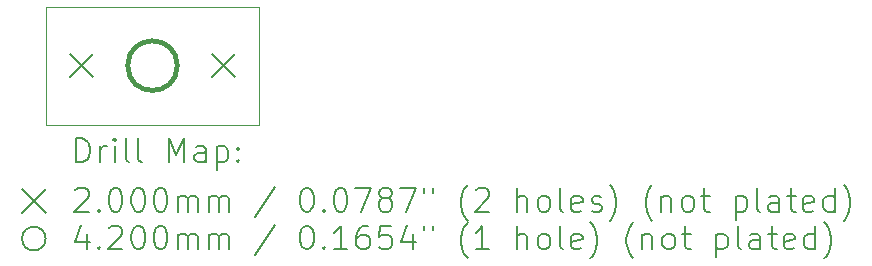
<source format=gbr>
%TF.GenerationSoftware,KiCad,Pcbnew,7.0.6-7.0.6~ubuntu22.04.1*%
%TF.CreationDate,2023-08-02T12:04:09+12:00*%
%TF.ProjectId,TWIST_SWTICH_SPACER_PLATE-v1.0,54574953-545f-4535-9754-4943485f5350,v1.0*%
%TF.SameCoordinates,Original*%
%TF.FileFunction,Drillmap*%
%TF.FilePolarity,Positive*%
%FSLAX45Y45*%
G04 Gerber Fmt 4.5, Leading zero omitted, Abs format (unit mm)*
G04 Created by KiCad (PCBNEW 7.0.6-7.0.6~ubuntu22.04.1) date 2023-08-02 12:04:09*
%MOMM*%
%LPD*%
G01*
G04 APERTURE LIST*
%ADD10C,0.100000*%
%ADD11C,0.200000*%
%ADD12C,0.420000*%
G04 APERTURE END LIST*
D10*
X20900000Y-14500000D02*
X20900000Y-15500000D01*
X19100000Y-14500000D02*
X19100000Y-15500000D01*
X19100000Y-15500000D02*
X20900000Y-15500000D01*
X19100000Y-14500000D02*
X20900000Y-14500000D01*
D11*
X19300000Y-14900000D02*
X19500000Y-15100000D01*
X19500000Y-14900000D02*
X19300000Y-15100000D01*
X20500000Y-14900000D02*
X20700000Y-15100000D01*
X20700000Y-14900000D02*
X20500000Y-15100000D01*
D12*
X20210000Y-15000000D02*
G75*
G03*
X20210000Y-15000000I-210000J0D01*
G01*
D11*
X19355777Y-15816484D02*
X19355777Y-15616484D01*
X19355777Y-15616484D02*
X19403396Y-15616484D01*
X19403396Y-15616484D02*
X19431967Y-15626008D01*
X19431967Y-15626008D02*
X19451015Y-15645055D01*
X19451015Y-15645055D02*
X19460539Y-15664103D01*
X19460539Y-15664103D02*
X19470063Y-15702198D01*
X19470063Y-15702198D02*
X19470063Y-15730769D01*
X19470063Y-15730769D02*
X19460539Y-15768865D01*
X19460539Y-15768865D02*
X19451015Y-15787912D01*
X19451015Y-15787912D02*
X19431967Y-15806960D01*
X19431967Y-15806960D02*
X19403396Y-15816484D01*
X19403396Y-15816484D02*
X19355777Y-15816484D01*
X19555777Y-15816484D02*
X19555777Y-15683150D01*
X19555777Y-15721246D02*
X19565301Y-15702198D01*
X19565301Y-15702198D02*
X19574824Y-15692674D01*
X19574824Y-15692674D02*
X19593872Y-15683150D01*
X19593872Y-15683150D02*
X19612920Y-15683150D01*
X19679586Y-15816484D02*
X19679586Y-15683150D01*
X19679586Y-15616484D02*
X19670063Y-15626008D01*
X19670063Y-15626008D02*
X19679586Y-15635531D01*
X19679586Y-15635531D02*
X19689110Y-15626008D01*
X19689110Y-15626008D02*
X19679586Y-15616484D01*
X19679586Y-15616484D02*
X19679586Y-15635531D01*
X19803396Y-15816484D02*
X19784348Y-15806960D01*
X19784348Y-15806960D02*
X19774824Y-15787912D01*
X19774824Y-15787912D02*
X19774824Y-15616484D01*
X19908158Y-15816484D02*
X19889110Y-15806960D01*
X19889110Y-15806960D02*
X19879586Y-15787912D01*
X19879586Y-15787912D02*
X19879586Y-15616484D01*
X20136729Y-15816484D02*
X20136729Y-15616484D01*
X20136729Y-15616484D02*
X20203396Y-15759341D01*
X20203396Y-15759341D02*
X20270063Y-15616484D01*
X20270063Y-15616484D02*
X20270063Y-15816484D01*
X20451015Y-15816484D02*
X20451015Y-15711722D01*
X20451015Y-15711722D02*
X20441491Y-15692674D01*
X20441491Y-15692674D02*
X20422444Y-15683150D01*
X20422444Y-15683150D02*
X20384348Y-15683150D01*
X20384348Y-15683150D02*
X20365301Y-15692674D01*
X20451015Y-15806960D02*
X20431967Y-15816484D01*
X20431967Y-15816484D02*
X20384348Y-15816484D01*
X20384348Y-15816484D02*
X20365301Y-15806960D01*
X20365301Y-15806960D02*
X20355777Y-15787912D01*
X20355777Y-15787912D02*
X20355777Y-15768865D01*
X20355777Y-15768865D02*
X20365301Y-15749817D01*
X20365301Y-15749817D02*
X20384348Y-15740293D01*
X20384348Y-15740293D02*
X20431967Y-15740293D01*
X20431967Y-15740293D02*
X20451015Y-15730769D01*
X20546253Y-15683150D02*
X20546253Y-15883150D01*
X20546253Y-15692674D02*
X20565301Y-15683150D01*
X20565301Y-15683150D02*
X20603396Y-15683150D01*
X20603396Y-15683150D02*
X20622444Y-15692674D01*
X20622444Y-15692674D02*
X20631967Y-15702198D01*
X20631967Y-15702198D02*
X20641491Y-15721246D01*
X20641491Y-15721246D02*
X20641491Y-15778388D01*
X20641491Y-15778388D02*
X20631967Y-15797436D01*
X20631967Y-15797436D02*
X20622444Y-15806960D01*
X20622444Y-15806960D02*
X20603396Y-15816484D01*
X20603396Y-15816484D02*
X20565301Y-15816484D01*
X20565301Y-15816484D02*
X20546253Y-15806960D01*
X20727205Y-15797436D02*
X20736729Y-15806960D01*
X20736729Y-15806960D02*
X20727205Y-15816484D01*
X20727205Y-15816484D02*
X20717682Y-15806960D01*
X20717682Y-15806960D02*
X20727205Y-15797436D01*
X20727205Y-15797436D02*
X20727205Y-15816484D01*
X20727205Y-15692674D02*
X20736729Y-15702198D01*
X20736729Y-15702198D02*
X20727205Y-15711722D01*
X20727205Y-15711722D02*
X20717682Y-15702198D01*
X20717682Y-15702198D02*
X20727205Y-15692674D01*
X20727205Y-15692674D02*
X20727205Y-15711722D01*
X18895000Y-16045000D02*
X19095000Y-16245000D01*
X19095000Y-16045000D02*
X18895000Y-16245000D01*
X19346253Y-16055531D02*
X19355777Y-16046008D01*
X19355777Y-16046008D02*
X19374824Y-16036484D01*
X19374824Y-16036484D02*
X19422444Y-16036484D01*
X19422444Y-16036484D02*
X19441491Y-16046008D01*
X19441491Y-16046008D02*
X19451015Y-16055531D01*
X19451015Y-16055531D02*
X19460539Y-16074579D01*
X19460539Y-16074579D02*
X19460539Y-16093627D01*
X19460539Y-16093627D02*
X19451015Y-16122198D01*
X19451015Y-16122198D02*
X19336729Y-16236484D01*
X19336729Y-16236484D02*
X19460539Y-16236484D01*
X19546253Y-16217436D02*
X19555777Y-16226960D01*
X19555777Y-16226960D02*
X19546253Y-16236484D01*
X19546253Y-16236484D02*
X19536729Y-16226960D01*
X19536729Y-16226960D02*
X19546253Y-16217436D01*
X19546253Y-16217436D02*
X19546253Y-16236484D01*
X19679586Y-16036484D02*
X19698634Y-16036484D01*
X19698634Y-16036484D02*
X19717682Y-16046008D01*
X19717682Y-16046008D02*
X19727205Y-16055531D01*
X19727205Y-16055531D02*
X19736729Y-16074579D01*
X19736729Y-16074579D02*
X19746253Y-16112674D01*
X19746253Y-16112674D02*
X19746253Y-16160293D01*
X19746253Y-16160293D02*
X19736729Y-16198388D01*
X19736729Y-16198388D02*
X19727205Y-16217436D01*
X19727205Y-16217436D02*
X19717682Y-16226960D01*
X19717682Y-16226960D02*
X19698634Y-16236484D01*
X19698634Y-16236484D02*
X19679586Y-16236484D01*
X19679586Y-16236484D02*
X19660539Y-16226960D01*
X19660539Y-16226960D02*
X19651015Y-16217436D01*
X19651015Y-16217436D02*
X19641491Y-16198388D01*
X19641491Y-16198388D02*
X19631967Y-16160293D01*
X19631967Y-16160293D02*
X19631967Y-16112674D01*
X19631967Y-16112674D02*
X19641491Y-16074579D01*
X19641491Y-16074579D02*
X19651015Y-16055531D01*
X19651015Y-16055531D02*
X19660539Y-16046008D01*
X19660539Y-16046008D02*
X19679586Y-16036484D01*
X19870063Y-16036484D02*
X19889110Y-16036484D01*
X19889110Y-16036484D02*
X19908158Y-16046008D01*
X19908158Y-16046008D02*
X19917682Y-16055531D01*
X19917682Y-16055531D02*
X19927205Y-16074579D01*
X19927205Y-16074579D02*
X19936729Y-16112674D01*
X19936729Y-16112674D02*
X19936729Y-16160293D01*
X19936729Y-16160293D02*
X19927205Y-16198388D01*
X19927205Y-16198388D02*
X19917682Y-16217436D01*
X19917682Y-16217436D02*
X19908158Y-16226960D01*
X19908158Y-16226960D02*
X19889110Y-16236484D01*
X19889110Y-16236484D02*
X19870063Y-16236484D01*
X19870063Y-16236484D02*
X19851015Y-16226960D01*
X19851015Y-16226960D02*
X19841491Y-16217436D01*
X19841491Y-16217436D02*
X19831967Y-16198388D01*
X19831967Y-16198388D02*
X19822444Y-16160293D01*
X19822444Y-16160293D02*
X19822444Y-16112674D01*
X19822444Y-16112674D02*
X19831967Y-16074579D01*
X19831967Y-16074579D02*
X19841491Y-16055531D01*
X19841491Y-16055531D02*
X19851015Y-16046008D01*
X19851015Y-16046008D02*
X19870063Y-16036484D01*
X20060539Y-16036484D02*
X20079586Y-16036484D01*
X20079586Y-16036484D02*
X20098634Y-16046008D01*
X20098634Y-16046008D02*
X20108158Y-16055531D01*
X20108158Y-16055531D02*
X20117682Y-16074579D01*
X20117682Y-16074579D02*
X20127205Y-16112674D01*
X20127205Y-16112674D02*
X20127205Y-16160293D01*
X20127205Y-16160293D02*
X20117682Y-16198388D01*
X20117682Y-16198388D02*
X20108158Y-16217436D01*
X20108158Y-16217436D02*
X20098634Y-16226960D01*
X20098634Y-16226960D02*
X20079586Y-16236484D01*
X20079586Y-16236484D02*
X20060539Y-16236484D01*
X20060539Y-16236484D02*
X20041491Y-16226960D01*
X20041491Y-16226960D02*
X20031967Y-16217436D01*
X20031967Y-16217436D02*
X20022444Y-16198388D01*
X20022444Y-16198388D02*
X20012920Y-16160293D01*
X20012920Y-16160293D02*
X20012920Y-16112674D01*
X20012920Y-16112674D02*
X20022444Y-16074579D01*
X20022444Y-16074579D02*
X20031967Y-16055531D01*
X20031967Y-16055531D02*
X20041491Y-16046008D01*
X20041491Y-16046008D02*
X20060539Y-16036484D01*
X20212920Y-16236484D02*
X20212920Y-16103150D01*
X20212920Y-16122198D02*
X20222444Y-16112674D01*
X20222444Y-16112674D02*
X20241491Y-16103150D01*
X20241491Y-16103150D02*
X20270063Y-16103150D01*
X20270063Y-16103150D02*
X20289110Y-16112674D01*
X20289110Y-16112674D02*
X20298634Y-16131722D01*
X20298634Y-16131722D02*
X20298634Y-16236484D01*
X20298634Y-16131722D02*
X20308158Y-16112674D01*
X20308158Y-16112674D02*
X20327205Y-16103150D01*
X20327205Y-16103150D02*
X20355777Y-16103150D01*
X20355777Y-16103150D02*
X20374825Y-16112674D01*
X20374825Y-16112674D02*
X20384348Y-16131722D01*
X20384348Y-16131722D02*
X20384348Y-16236484D01*
X20479586Y-16236484D02*
X20479586Y-16103150D01*
X20479586Y-16122198D02*
X20489110Y-16112674D01*
X20489110Y-16112674D02*
X20508158Y-16103150D01*
X20508158Y-16103150D02*
X20536729Y-16103150D01*
X20536729Y-16103150D02*
X20555777Y-16112674D01*
X20555777Y-16112674D02*
X20565301Y-16131722D01*
X20565301Y-16131722D02*
X20565301Y-16236484D01*
X20565301Y-16131722D02*
X20574825Y-16112674D01*
X20574825Y-16112674D02*
X20593872Y-16103150D01*
X20593872Y-16103150D02*
X20622444Y-16103150D01*
X20622444Y-16103150D02*
X20641491Y-16112674D01*
X20641491Y-16112674D02*
X20651015Y-16131722D01*
X20651015Y-16131722D02*
X20651015Y-16236484D01*
X21041491Y-16026960D02*
X20870063Y-16284103D01*
X21298634Y-16036484D02*
X21317682Y-16036484D01*
X21317682Y-16036484D02*
X21336729Y-16046008D01*
X21336729Y-16046008D02*
X21346253Y-16055531D01*
X21346253Y-16055531D02*
X21355777Y-16074579D01*
X21355777Y-16074579D02*
X21365301Y-16112674D01*
X21365301Y-16112674D02*
X21365301Y-16160293D01*
X21365301Y-16160293D02*
X21355777Y-16198388D01*
X21355777Y-16198388D02*
X21346253Y-16217436D01*
X21346253Y-16217436D02*
X21336729Y-16226960D01*
X21336729Y-16226960D02*
X21317682Y-16236484D01*
X21317682Y-16236484D02*
X21298634Y-16236484D01*
X21298634Y-16236484D02*
X21279587Y-16226960D01*
X21279587Y-16226960D02*
X21270063Y-16217436D01*
X21270063Y-16217436D02*
X21260539Y-16198388D01*
X21260539Y-16198388D02*
X21251015Y-16160293D01*
X21251015Y-16160293D02*
X21251015Y-16112674D01*
X21251015Y-16112674D02*
X21260539Y-16074579D01*
X21260539Y-16074579D02*
X21270063Y-16055531D01*
X21270063Y-16055531D02*
X21279587Y-16046008D01*
X21279587Y-16046008D02*
X21298634Y-16036484D01*
X21451015Y-16217436D02*
X21460539Y-16226960D01*
X21460539Y-16226960D02*
X21451015Y-16236484D01*
X21451015Y-16236484D02*
X21441491Y-16226960D01*
X21441491Y-16226960D02*
X21451015Y-16217436D01*
X21451015Y-16217436D02*
X21451015Y-16236484D01*
X21584348Y-16036484D02*
X21603396Y-16036484D01*
X21603396Y-16036484D02*
X21622444Y-16046008D01*
X21622444Y-16046008D02*
X21631968Y-16055531D01*
X21631968Y-16055531D02*
X21641491Y-16074579D01*
X21641491Y-16074579D02*
X21651015Y-16112674D01*
X21651015Y-16112674D02*
X21651015Y-16160293D01*
X21651015Y-16160293D02*
X21641491Y-16198388D01*
X21641491Y-16198388D02*
X21631968Y-16217436D01*
X21631968Y-16217436D02*
X21622444Y-16226960D01*
X21622444Y-16226960D02*
X21603396Y-16236484D01*
X21603396Y-16236484D02*
X21584348Y-16236484D01*
X21584348Y-16236484D02*
X21565301Y-16226960D01*
X21565301Y-16226960D02*
X21555777Y-16217436D01*
X21555777Y-16217436D02*
X21546253Y-16198388D01*
X21546253Y-16198388D02*
X21536729Y-16160293D01*
X21536729Y-16160293D02*
X21536729Y-16112674D01*
X21536729Y-16112674D02*
X21546253Y-16074579D01*
X21546253Y-16074579D02*
X21555777Y-16055531D01*
X21555777Y-16055531D02*
X21565301Y-16046008D01*
X21565301Y-16046008D02*
X21584348Y-16036484D01*
X21717682Y-16036484D02*
X21851015Y-16036484D01*
X21851015Y-16036484D02*
X21765301Y-16236484D01*
X21955777Y-16122198D02*
X21936729Y-16112674D01*
X21936729Y-16112674D02*
X21927206Y-16103150D01*
X21927206Y-16103150D02*
X21917682Y-16084103D01*
X21917682Y-16084103D02*
X21917682Y-16074579D01*
X21917682Y-16074579D02*
X21927206Y-16055531D01*
X21927206Y-16055531D02*
X21936729Y-16046008D01*
X21936729Y-16046008D02*
X21955777Y-16036484D01*
X21955777Y-16036484D02*
X21993872Y-16036484D01*
X21993872Y-16036484D02*
X22012920Y-16046008D01*
X22012920Y-16046008D02*
X22022444Y-16055531D01*
X22022444Y-16055531D02*
X22031968Y-16074579D01*
X22031968Y-16074579D02*
X22031968Y-16084103D01*
X22031968Y-16084103D02*
X22022444Y-16103150D01*
X22022444Y-16103150D02*
X22012920Y-16112674D01*
X22012920Y-16112674D02*
X21993872Y-16122198D01*
X21993872Y-16122198D02*
X21955777Y-16122198D01*
X21955777Y-16122198D02*
X21936729Y-16131722D01*
X21936729Y-16131722D02*
X21927206Y-16141246D01*
X21927206Y-16141246D02*
X21917682Y-16160293D01*
X21917682Y-16160293D02*
X21917682Y-16198388D01*
X21917682Y-16198388D02*
X21927206Y-16217436D01*
X21927206Y-16217436D02*
X21936729Y-16226960D01*
X21936729Y-16226960D02*
X21955777Y-16236484D01*
X21955777Y-16236484D02*
X21993872Y-16236484D01*
X21993872Y-16236484D02*
X22012920Y-16226960D01*
X22012920Y-16226960D02*
X22022444Y-16217436D01*
X22022444Y-16217436D02*
X22031968Y-16198388D01*
X22031968Y-16198388D02*
X22031968Y-16160293D01*
X22031968Y-16160293D02*
X22022444Y-16141246D01*
X22022444Y-16141246D02*
X22012920Y-16131722D01*
X22012920Y-16131722D02*
X21993872Y-16122198D01*
X22098634Y-16036484D02*
X22231968Y-16036484D01*
X22231968Y-16036484D02*
X22146253Y-16236484D01*
X22298634Y-16036484D02*
X22298634Y-16074579D01*
X22374825Y-16036484D02*
X22374825Y-16074579D01*
X22670063Y-16312674D02*
X22660539Y-16303150D01*
X22660539Y-16303150D02*
X22641491Y-16274579D01*
X22641491Y-16274579D02*
X22631968Y-16255531D01*
X22631968Y-16255531D02*
X22622444Y-16226960D01*
X22622444Y-16226960D02*
X22612920Y-16179341D01*
X22612920Y-16179341D02*
X22612920Y-16141246D01*
X22612920Y-16141246D02*
X22622444Y-16093627D01*
X22622444Y-16093627D02*
X22631968Y-16065055D01*
X22631968Y-16065055D02*
X22641491Y-16046008D01*
X22641491Y-16046008D02*
X22660539Y-16017436D01*
X22660539Y-16017436D02*
X22670063Y-16007912D01*
X22736729Y-16055531D02*
X22746253Y-16046008D01*
X22746253Y-16046008D02*
X22765301Y-16036484D01*
X22765301Y-16036484D02*
X22812920Y-16036484D01*
X22812920Y-16036484D02*
X22831968Y-16046008D01*
X22831968Y-16046008D02*
X22841491Y-16055531D01*
X22841491Y-16055531D02*
X22851015Y-16074579D01*
X22851015Y-16074579D02*
X22851015Y-16093627D01*
X22851015Y-16093627D02*
X22841491Y-16122198D01*
X22841491Y-16122198D02*
X22727206Y-16236484D01*
X22727206Y-16236484D02*
X22851015Y-16236484D01*
X23089110Y-16236484D02*
X23089110Y-16036484D01*
X23174825Y-16236484D02*
X23174825Y-16131722D01*
X23174825Y-16131722D02*
X23165301Y-16112674D01*
X23165301Y-16112674D02*
X23146253Y-16103150D01*
X23146253Y-16103150D02*
X23117682Y-16103150D01*
X23117682Y-16103150D02*
X23098634Y-16112674D01*
X23098634Y-16112674D02*
X23089110Y-16122198D01*
X23298634Y-16236484D02*
X23279587Y-16226960D01*
X23279587Y-16226960D02*
X23270063Y-16217436D01*
X23270063Y-16217436D02*
X23260539Y-16198388D01*
X23260539Y-16198388D02*
X23260539Y-16141246D01*
X23260539Y-16141246D02*
X23270063Y-16122198D01*
X23270063Y-16122198D02*
X23279587Y-16112674D01*
X23279587Y-16112674D02*
X23298634Y-16103150D01*
X23298634Y-16103150D02*
X23327206Y-16103150D01*
X23327206Y-16103150D02*
X23346253Y-16112674D01*
X23346253Y-16112674D02*
X23355777Y-16122198D01*
X23355777Y-16122198D02*
X23365301Y-16141246D01*
X23365301Y-16141246D02*
X23365301Y-16198388D01*
X23365301Y-16198388D02*
X23355777Y-16217436D01*
X23355777Y-16217436D02*
X23346253Y-16226960D01*
X23346253Y-16226960D02*
X23327206Y-16236484D01*
X23327206Y-16236484D02*
X23298634Y-16236484D01*
X23479587Y-16236484D02*
X23460539Y-16226960D01*
X23460539Y-16226960D02*
X23451015Y-16207912D01*
X23451015Y-16207912D02*
X23451015Y-16036484D01*
X23631968Y-16226960D02*
X23612920Y-16236484D01*
X23612920Y-16236484D02*
X23574825Y-16236484D01*
X23574825Y-16236484D02*
X23555777Y-16226960D01*
X23555777Y-16226960D02*
X23546253Y-16207912D01*
X23546253Y-16207912D02*
X23546253Y-16131722D01*
X23546253Y-16131722D02*
X23555777Y-16112674D01*
X23555777Y-16112674D02*
X23574825Y-16103150D01*
X23574825Y-16103150D02*
X23612920Y-16103150D01*
X23612920Y-16103150D02*
X23631968Y-16112674D01*
X23631968Y-16112674D02*
X23641491Y-16131722D01*
X23641491Y-16131722D02*
X23641491Y-16150769D01*
X23641491Y-16150769D02*
X23546253Y-16169817D01*
X23717682Y-16226960D02*
X23736730Y-16236484D01*
X23736730Y-16236484D02*
X23774825Y-16236484D01*
X23774825Y-16236484D02*
X23793872Y-16226960D01*
X23793872Y-16226960D02*
X23803396Y-16207912D01*
X23803396Y-16207912D02*
X23803396Y-16198388D01*
X23803396Y-16198388D02*
X23793872Y-16179341D01*
X23793872Y-16179341D02*
X23774825Y-16169817D01*
X23774825Y-16169817D02*
X23746253Y-16169817D01*
X23746253Y-16169817D02*
X23727206Y-16160293D01*
X23727206Y-16160293D02*
X23717682Y-16141246D01*
X23717682Y-16141246D02*
X23717682Y-16131722D01*
X23717682Y-16131722D02*
X23727206Y-16112674D01*
X23727206Y-16112674D02*
X23746253Y-16103150D01*
X23746253Y-16103150D02*
X23774825Y-16103150D01*
X23774825Y-16103150D02*
X23793872Y-16112674D01*
X23870063Y-16312674D02*
X23879587Y-16303150D01*
X23879587Y-16303150D02*
X23898634Y-16274579D01*
X23898634Y-16274579D02*
X23908158Y-16255531D01*
X23908158Y-16255531D02*
X23917682Y-16226960D01*
X23917682Y-16226960D02*
X23927206Y-16179341D01*
X23927206Y-16179341D02*
X23927206Y-16141246D01*
X23927206Y-16141246D02*
X23917682Y-16093627D01*
X23917682Y-16093627D02*
X23908158Y-16065055D01*
X23908158Y-16065055D02*
X23898634Y-16046008D01*
X23898634Y-16046008D02*
X23879587Y-16017436D01*
X23879587Y-16017436D02*
X23870063Y-16007912D01*
X24231968Y-16312674D02*
X24222444Y-16303150D01*
X24222444Y-16303150D02*
X24203396Y-16274579D01*
X24203396Y-16274579D02*
X24193872Y-16255531D01*
X24193872Y-16255531D02*
X24184349Y-16226960D01*
X24184349Y-16226960D02*
X24174825Y-16179341D01*
X24174825Y-16179341D02*
X24174825Y-16141246D01*
X24174825Y-16141246D02*
X24184349Y-16093627D01*
X24184349Y-16093627D02*
X24193872Y-16065055D01*
X24193872Y-16065055D02*
X24203396Y-16046008D01*
X24203396Y-16046008D02*
X24222444Y-16017436D01*
X24222444Y-16017436D02*
X24231968Y-16007912D01*
X24308158Y-16103150D02*
X24308158Y-16236484D01*
X24308158Y-16122198D02*
X24317682Y-16112674D01*
X24317682Y-16112674D02*
X24336730Y-16103150D01*
X24336730Y-16103150D02*
X24365301Y-16103150D01*
X24365301Y-16103150D02*
X24384349Y-16112674D01*
X24384349Y-16112674D02*
X24393872Y-16131722D01*
X24393872Y-16131722D02*
X24393872Y-16236484D01*
X24517682Y-16236484D02*
X24498634Y-16226960D01*
X24498634Y-16226960D02*
X24489111Y-16217436D01*
X24489111Y-16217436D02*
X24479587Y-16198388D01*
X24479587Y-16198388D02*
X24479587Y-16141246D01*
X24479587Y-16141246D02*
X24489111Y-16122198D01*
X24489111Y-16122198D02*
X24498634Y-16112674D01*
X24498634Y-16112674D02*
X24517682Y-16103150D01*
X24517682Y-16103150D02*
X24546253Y-16103150D01*
X24546253Y-16103150D02*
X24565301Y-16112674D01*
X24565301Y-16112674D02*
X24574825Y-16122198D01*
X24574825Y-16122198D02*
X24584349Y-16141246D01*
X24584349Y-16141246D02*
X24584349Y-16198388D01*
X24584349Y-16198388D02*
X24574825Y-16217436D01*
X24574825Y-16217436D02*
X24565301Y-16226960D01*
X24565301Y-16226960D02*
X24546253Y-16236484D01*
X24546253Y-16236484D02*
X24517682Y-16236484D01*
X24641492Y-16103150D02*
X24717682Y-16103150D01*
X24670063Y-16036484D02*
X24670063Y-16207912D01*
X24670063Y-16207912D02*
X24679587Y-16226960D01*
X24679587Y-16226960D02*
X24698634Y-16236484D01*
X24698634Y-16236484D02*
X24717682Y-16236484D01*
X24936730Y-16103150D02*
X24936730Y-16303150D01*
X24936730Y-16112674D02*
X24955777Y-16103150D01*
X24955777Y-16103150D02*
X24993873Y-16103150D01*
X24993873Y-16103150D02*
X25012920Y-16112674D01*
X25012920Y-16112674D02*
X25022444Y-16122198D01*
X25022444Y-16122198D02*
X25031968Y-16141246D01*
X25031968Y-16141246D02*
X25031968Y-16198388D01*
X25031968Y-16198388D02*
X25022444Y-16217436D01*
X25022444Y-16217436D02*
X25012920Y-16226960D01*
X25012920Y-16226960D02*
X24993873Y-16236484D01*
X24993873Y-16236484D02*
X24955777Y-16236484D01*
X24955777Y-16236484D02*
X24936730Y-16226960D01*
X25146253Y-16236484D02*
X25127206Y-16226960D01*
X25127206Y-16226960D02*
X25117682Y-16207912D01*
X25117682Y-16207912D02*
X25117682Y-16036484D01*
X25308158Y-16236484D02*
X25308158Y-16131722D01*
X25308158Y-16131722D02*
X25298634Y-16112674D01*
X25298634Y-16112674D02*
X25279587Y-16103150D01*
X25279587Y-16103150D02*
X25241492Y-16103150D01*
X25241492Y-16103150D02*
X25222444Y-16112674D01*
X25308158Y-16226960D02*
X25289111Y-16236484D01*
X25289111Y-16236484D02*
X25241492Y-16236484D01*
X25241492Y-16236484D02*
X25222444Y-16226960D01*
X25222444Y-16226960D02*
X25212920Y-16207912D01*
X25212920Y-16207912D02*
X25212920Y-16188865D01*
X25212920Y-16188865D02*
X25222444Y-16169817D01*
X25222444Y-16169817D02*
X25241492Y-16160293D01*
X25241492Y-16160293D02*
X25289111Y-16160293D01*
X25289111Y-16160293D02*
X25308158Y-16150769D01*
X25374825Y-16103150D02*
X25451015Y-16103150D01*
X25403396Y-16036484D02*
X25403396Y-16207912D01*
X25403396Y-16207912D02*
X25412920Y-16226960D01*
X25412920Y-16226960D02*
X25431968Y-16236484D01*
X25431968Y-16236484D02*
X25451015Y-16236484D01*
X25593873Y-16226960D02*
X25574825Y-16236484D01*
X25574825Y-16236484D02*
X25536730Y-16236484D01*
X25536730Y-16236484D02*
X25517682Y-16226960D01*
X25517682Y-16226960D02*
X25508158Y-16207912D01*
X25508158Y-16207912D02*
X25508158Y-16131722D01*
X25508158Y-16131722D02*
X25517682Y-16112674D01*
X25517682Y-16112674D02*
X25536730Y-16103150D01*
X25536730Y-16103150D02*
X25574825Y-16103150D01*
X25574825Y-16103150D02*
X25593873Y-16112674D01*
X25593873Y-16112674D02*
X25603396Y-16131722D01*
X25603396Y-16131722D02*
X25603396Y-16150769D01*
X25603396Y-16150769D02*
X25508158Y-16169817D01*
X25774825Y-16236484D02*
X25774825Y-16036484D01*
X25774825Y-16226960D02*
X25755777Y-16236484D01*
X25755777Y-16236484D02*
X25717682Y-16236484D01*
X25717682Y-16236484D02*
X25698634Y-16226960D01*
X25698634Y-16226960D02*
X25689111Y-16217436D01*
X25689111Y-16217436D02*
X25679587Y-16198388D01*
X25679587Y-16198388D02*
X25679587Y-16141246D01*
X25679587Y-16141246D02*
X25689111Y-16122198D01*
X25689111Y-16122198D02*
X25698634Y-16112674D01*
X25698634Y-16112674D02*
X25717682Y-16103150D01*
X25717682Y-16103150D02*
X25755777Y-16103150D01*
X25755777Y-16103150D02*
X25774825Y-16112674D01*
X25851015Y-16312674D02*
X25860539Y-16303150D01*
X25860539Y-16303150D02*
X25879587Y-16274579D01*
X25879587Y-16274579D02*
X25889111Y-16255531D01*
X25889111Y-16255531D02*
X25898634Y-16226960D01*
X25898634Y-16226960D02*
X25908158Y-16179341D01*
X25908158Y-16179341D02*
X25908158Y-16141246D01*
X25908158Y-16141246D02*
X25898634Y-16093627D01*
X25898634Y-16093627D02*
X25889111Y-16065055D01*
X25889111Y-16065055D02*
X25879587Y-16046008D01*
X25879587Y-16046008D02*
X25860539Y-16017436D01*
X25860539Y-16017436D02*
X25851015Y-16007912D01*
X19095000Y-16465000D02*
G75*
G03*
X19095000Y-16465000I-100000J0D01*
G01*
X19441491Y-16423150D02*
X19441491Y-16556484D01*
X19393872Y-16346960D02*
X19346253Y-16489817D01*
X19346253Y-16489817D02*
X19470063Y-16489817D01*
X19546253Y-16537436D02*
X19555777Y-16546960D01*
X19555777Y-16546960D02*
X19546253Y-16556484D01*
X19546253Y-16556484D02*
X19536729Y-16546960D01*
X19536729Y-16546960D02*
X19546253Y-16537436D01*
X19546253Y-16537436D02*
X19546253Y-16556484D01*
X19631967Y-16375531D02*
X19641491Y-16366008D01*
X19641491Y-16366008D02*
X19660539Y-16356484D01*
X19660539Y-16356484D02*
X19708158Y-16356484D01*
X19708158Y-16356484D02*
X19727205Y-16366008D01*
X19727205Y-16366008D02*
X19736729Y-16375531D01*
X19736729Y-16375531D02*
X19746253Y-16394579D01*
X19746253Y-16394579D02*
X19746253Y-16413627D01*
X19746253Y-16413627D02*
X19736729Y-16442198D01*
X19736729Y-16442198D02*
X19622444Y-16556484D01*
X19622444Y-16556484D02*
X19746253Y-16556484D01*
X19870063Y-16356484D02*
X19889110Y-16356484D01*
X19889110Y-16356484D02*
X19908158Y-16366008D01*
X19908158Y-16366008D02*
X19917682Y-16375531D01*
X19917682Y-16375531D02*
X19927205Y-16394579D01*
X19927205Y-16394579D02*
X19936729Y-16432674D01*
X19936729Y-16432674D02*
X19936729Y-16480293D01*
X19936729Y-16480293D02*
X19927205Y-16518388D01*
X19927205Y-16518388D02*
X19917682Y-16537436D01*
X19917682Y-16537436D02*
X19908158Y-16546960D01*
X19908158Y-16546960D02*
X19889110Y-16556484D01*
X19889110Y-16556484D02*
X19870063Y-16556484D01*
X19870063Y-16556484D02*
X19851015Y-16546960D01*
X19851015Y-16546960D02*
X19841491Y-16537436D01*
X19841491Y-16537436D02*
X19831967Y-16518388D01*
X19831967Y-16518388D02*
X19822444Y-16480293D01*
X19822444Y-16480293D02*
X19822444Y-16432674D01*
X19822444Y-16432674D02*
X19831967Y-16394579D01*
X19831967Y-16394579D02*
X19841491Y-16375531D01*
X19841491Y-16375531D02*
X19851015Y-16366008D01*
X19851015Y-16366008D02*
X19870063Y-16356484D01*
X20060539Y-16356484D02*
X20079586Y-16356484D01*
X20079586Y-16356484D02*
X20098634Y-16366008D01*
X20098634Y-16366008D02*
X20108158Y-16375531D01*
X20108158Y-16375531D02*
X20117682Y-16394579D01*
X20117682Y-16394579D02*
X20127205Y-16432674D01*
X20127205Y-16432674D02*
X20127205Y-16480293D01*
X20127205Y-16480293D02*
X20117682Y-16518388D01*
X20117682Y-16518388D02*
X20108158Y-16537436D01*
X20108158Y-16537436D02*
X20098634Y-16546960D01*
X20098634Y-16546960D02*
X20079586Y-16556484D01*
X20079586Y-16556484D02*
X20060539Y-16556484D01*
X20060539Y-16556484D02*
X20041491Y-16546960D01*
X20041491Y-16546960D02*
X20031967Y-16537436D01*
X20031967Y-16537436D02*
X20022444Y-16518388D01*
X20022444Y-16518388D02*
X20012920Y-16480293D01*
X20012920Y-16480293D02*
X20012920Y-16432674D01*
X20012920Y-16432674D02*
X20022444Y-16394579D01*
X20022444Y-16394579D02*
X20031967Y-16375531D01*
X20031967Y-16375531D02*
X20041491Y-16366008D01*
X20041491Y-16366008D02*
X20060539Y-16356484D01*
X20212920Y-16556484D02*
X20212920Y-16423150D01*
X20212920Y-16442198D02*
X20222444Y-16432674D01*
X20222444Y-16432674D02*
X20241491Y-16423150D01*
X20241491Y-16423150D02*
X20270063Y-16423150D01*
X20270063Y-16423150D02*
X20289110Y-16432674D01*
X20289110Y-16432674D02*
X20298634Y-16451722D01*
X20298634Y-16451722D02*
X20298634Y-16556484D01*
X20298634Y-16451722D02*
X20308158Y-16432674D01*
X20308158Y-16432674D02*
X20327205Y-16423150D01*
X20327205Y-16423150D02*
X20355777Y-16423150D01*
X20355777Y-16423150D02*
X20374825Y-16432674D01*
X20374825Y-16432674D02*
X20384348Y-16451722D01*
X20384348Y-16451722D02*
X20384348Y-16556484D01*
X20479586Y-16556484D02*
X20479586Y-16423150D01*
X20479586Y-16442198D02*
X20489110Y-16432674D01*
X20489110Y-16432674D02*
X20508158Y-16423150D01*
X20508158Y-16423150D02*
X20536729Y-16423150D01*
X20536729Y-16423150D02*
X20555777Y-16432674D01*
X20555777Y-16432674D02*
X20565301Y-16451722D01*
X20565301Y-16451722D02*
X20565301Y-16556484D01*
X20565301Y-16451722D02*
X20574825Y-16432674D01*
X20574825Y-16432674D02*
X20593872Y-16423150D01*
X20593872Y-16423150D02*
X20622444Y-16423150D01*
X20622444Y-16423150D02*
X20641491Y-16432674D01*
X20641491Y-16432674D02*
X20651015Y-16451722D01*
X20651015Y-16451722D02*
X20651015Y-16556484D01*
X21041491Y-16346960D02*
X20870063Y-16604103D01*
X21298634Y-16356484D02*
X21317682Y-16356484D01*
X21317682Y-16356484D02*
X21336729Y-16366008D01*
X21336729Y-16366008D02*
X21346253Y-16375531D01*
X21346253Y-16375531D02*
X21355777Y-16394579D01*
X21355777Y-16394579D02*
X21365301Y-16432674D01*
X21365301Y-16432674D02*
X21365301Y-16480293D01*
X21365301Y-16480293D02*
X21355777Y-16518388D01*
X21355777Y-16518388D02*
X21346253Y-16537436D01*
X21346253Y-16537436D02*
X21336729Y-16546960D01*
X21336729Y-16546960D02*
X21317682Y-16556484D01*
X21317682Y-16556484D02*
X21298634Y-16556484D01*
X21298634Y-16556484D02*
X21279587Y-16546960D01*
X21279587Y-16546960D02*
X21270063Y-16537436D01*
X21270063Y-16537436D02*
X21260539Y-16518388D01*
X21260539Y-16518388D02*
X21251015Y-16480293D01*
X21251015Y-16480293D02*
X21251015Y-16432674D01*
X21251015Y-16432674D02*
X21260539Y-16394579D01*
X21260539Y-16394579D02*
X21270063Y-16375531D01*
X21270063Y-16375531D02*
X21279587Y-16366008D01*
X21279587Y-16366008D02*
X21298634Y-16356484D01*
X21451015Y-16537436D02*
X21460539Y-16546960D01*
X21460539Y-16546960D02*
X21451015Y-16556484D01*
X21451015Y-16556484D02*
X21441491Y-16546960D01*
X21441491Y-16546960D02*
X21451015Y-16537436D01*
X21451015Y-16537436D02*
X21451015Y-16556484D01*
X21651015Y-16556484D02*
X21536729Y-16556484D01*
X21593872Y-16556484D02*
X21593872Y-16356484D01*
X21593872Y-16356484D02*
X21574825Y-16385055D01*
X21574825Y-16385055D02*
X21555777Y-16404103D01*
X21555777Y-16404103D02*
X21536729Y-16413627D01*
X21822444Y-16356484D02*
X21784348Y-16356484D01*
X21784348Y-16356484D02*
X21765301Y-16366008D01*
X21765301Y-16366008D02*
X21755777Y-16375531D01*
X21755777Y-16375531D02*
X21736729Y-16404103D01*
X21736729Y-16404103D02*
X21727206Y-16442198D01*
X21727206Y-16442198D02*
X21727206Y-16518388D01*
X21727206Y-16518388D02*
X21736729Y-16537436D01*
X21736729Y-16537436D02*
X21746253Y-16546960D01*
X21746253Y-16546960D02*
X21765301Y-16556484D01*
X21765301Y-16556484D02*
X21803396Y-16556484D01*
X21803396Y-16556484D02*
X21822444Y-16546960D01*
X21822444Y-16546960D02*
X21831968Y-16537436D01*
X21831968Y-16537436D02*
X21841491Y-16518388D01*
X21841491Y-16518388D02*
X21841491Y-16470769D01*
X21841491Y-16470769D02*
X21831968Y-16451722D01*
X21831968Y-16451722D02*
X21822444Y-16442198D01*
X21822444Y-16442198D02*
X21803396Y-16432674D01*
X21803396Y-16432674D02*
X21765301Y-16432674D01*
X21765301Y-16432674D02*
X21746253Y-16442198D01*
X21746253Y-16442198D02*
X21736729Y-16451722D01*
X21736729Y-16451722D02*
X21727206Y-16470769D01*
X22022444Y-16356484D02*
X21927206Y-16356484D01*
X21927206Y-16356484D02*
X21917682Y-16451722D01*
X21917682Y-16451722D02*
X21927206Y-16442198D01*
X21927206Y-16442198D02*
X21946253Y-16432674D01*
X21946253Y-16432674D02*
X21993872Y-16432674D01*
X21993872Y-16432674D02*
X22012920Y-16442198D01*
X22012920Y-16442198D02*
X22022444Y-16451722D01*
X22022444Y-16451722D02*
X22031968Y-16470769D01*
X22031968Y-16470769D02*
X22031968Y-16518388D01*
X22031968Y-16518388D02*
X22022444Y-16537436D01*
X22022444Y-16537436D02*
X22012920Y-16546960D01*
X22012920Y-16546960D02*
X21993872Y-16556484D01*
X21993872Y-16556484D02*
X21946253Y-16556484D01*
X21946253Y-16556484D02*
X21927206Y-16546960D01*
X21927206Y-16546960D02*
X21917682Y-16537436D01*
X22203396Y-16423150D02*
X22203396Y-16556484D01*
X22155777Y-16346960D02*
X22108158Y-16489817D01*
X22108158Y-16489817D02*
X22231968Y-16489817D01*
X22298634Y-16356484D02*
X22298634Y-16394579D01*
X22374825Y-16356484D02*
X22374825Y-16394579D01*
X22670063Y-16632674D02*
X22660539Y-16623150D01*
X22660539Y-16623150D02*
X22641491Y-16594579D01*
X22641491Y-16594579D02*
X22631968Y-16575531D01*
X22631968Y-16575531D02*
X22622444Y-16546960D01*
X22622444Y-16546960D02*
X22612920Y-16499341D01*
X22612920Y-16499341D02*
X22612920Y-16461246D01*
X22612920Y-16461246D02*
X22622444Y-16413627D01*
X22622444Y-16413627D02*
X22631968Y-16385055D01*
X22631968Y-16385055D02*
X22641491Y-16366008D01*
X22641491Y-16366008D02*
X22660539Y-16337436D01*
X22660539Y-16337436D02*
X22670063Y-16327912D01*
X22851015Y-16556484D02*
X22736729Y-16556484D01*
X22793872Y-16556484D02*
X22793872Y-16356484D01*
X22793872Y-16356484D02*
X22774825Y-16385055D01*
X22774825Y-16385055D02*
X22755777Y-16404103D01*
X22755777Y-16404103D02*
X22736729Y-16413627D01*
X23089110Y-16556484D02*
X23089110Y-16356484D01*
X23174825Y-16556484D02*
X23174825Y-16451722D01*
X23174825Y-16451722D02*
X23165301Y-16432674D01*
X23165301Y-16432674D02*
X23146253Y-16423150D01*
X23146253Y-16423150D02*
X23117682Y-16423150D01*
X23117682Y-16423150D02*
X23098634Y-16432674D01*
X23098634Y-16432674D02*
X23089110Y-16442198D01*
X23298634Y-16556484D02*
X23279587Y-16546960D01*
X23279587Y-16546960D02*
X23270063Y-16537436D01*
X23270063Y-16537436D02*
X23260539Y-16518388D01*
X23260539Y-16518388D02*
X23260539Y-16461246D01*
X23260539Y-16461246D02*
X23270063Y-16442198D01*
X23270063Y-16442198D02*
X23279587Y-16432674D01*
X23279587Y-16432674D02*
X23298634Y-16423150D01*
X23298634Y-16423150D02*
X23327206Y-16423150D01*
X23327206Y-16423150D02*
X23346253Y-16432674D01*
X23346253Y-16432674D02*
X23355777Y-16442198D01*
X23355777Y-16442198D02*
X23365301Y-16461246D01*
X23365301Y-16461246D02*
X23365301Y-16518388D01*
X23365301Y-16518388D02*
X23355777Y-16537436D01*
X23355777Y-16537436D02*
X23346253Y-16546960D01*
X23346253Y-16546960D02*
X23327206Y-16556484D01*
X23327206Y-16556484D02*
X23298634Y-16556484D01*
X23479587Y-16556484D02*
X23460539Y-16546960D01*
X23460539Y-16546960D02*
X23451015Y-16527912D01*
X23451015Y-16527912D02*
X23451015Y-16356484D01*
X23631968Y-16546960D02*
X23612920Y-16556484D01*
X23612920Y-16556484D02*
X23574825Y-16556484D01*
X23574825Y-16556484D02*
X23555777Y-16546960D01*
X23555777Y-16546960D02*
X23546253Y-16527912D01*
X23546253Y-16527912D02*
X23546253Y-16451722D01*
X23546253Y-16451722D02*
X23555777Y-16432674D01*
X23555777Y-16432674D02*
X23574825Y-16423150D01*
X23574825Y-16423150D02*
X23612920Y-16423150D01*
X23612920Y-16423150D02*
X23631968Y-16432674D01*
X23631968Y-16432674D02*
X23641491Y-16451722D01*
X23641491Y-16451722D02*
X23641491Y-16470769D01*
X23641491Y-16470769D02*
X23546253Y-16489817D01*
X23708158Y-16632674D02*
X23717682Y-16623150D01*
X23717682Y-16623150D02*
X23736730Y-16594579D01*
X23736730Y-16594579D02*
X23746253Y-16575531D01*
X23746253Y-16575531D02*
X23755777Y-16546960D01*
X23755777Y-16546960D02*
X23765301Y-16499341D01*
X23765301Y-16499341D02*
X23765301Y-16461246D01*
X23765301Y-16461246D02*
X23755777Y-16413627D01*
X23755777Y-16413627D02*
X23746253Y-16385055D01*
X23746253Y-16385055D02*
X23736730Y-16366008D01*
X23736730Y-16366008D02*
X23717682Y-16337436D01*
X23717682Y-16337436D02*
X23708158Y-16327912D01*
X24070063Y-16632674D02*
X24060539Y-16623150D01*
X24060539Y-16623150D02*
X24041491Y-16594579D01*
X24041491Y-16594579D02*
X24031968Y-16575531D01*
X24031968Y-16575531D02*
X24022444Y-16546960D01*
X24022444Y-16546960D02*
X24012920Y-16499341D01*
X24012920Y-16499341D02*
X24012920Y-16461246D01*
X24012920Y-16461246D02*
X24022444Y-16413627D01*
X24022444Y-16413627D02*
X24031968Y-16385055D01*
X24031968Y-16385055D02*
X24041491Y-16366008D01*
X24041491Y-16366008D02*
X24060539Y-16337436D01*
X24060539Y-16337436D02*
X24070063Y-16327912D01*
X24146253Y-16423150D02*
X24146253Y-16556484D01*
X24146253Y-16442198D02*
X24155777Y-16432674D01*
X24155777Y-16432674D02*
X24174825Y-16423150D01*
X24174825Y-16423150D02*
X24203396Y-16423150D01*
X24203396Y-16423150D02*
X24222444Y-16432674D01*
X24222444Y-16432674D02*
X24231968Y-16451722D01*
X24231968Y-16451722D02*
X24231968Y-16556484D01*
X24355777Y-16556484D02*
X24336730Y-16546960D01*
X24336730Y-16546960D02*
X24327206Y-16537436D01*
X24327206Y-16537436D02*
X24317682Y-16518388D01*
X24317682Y-16518388D02*
X24317682Y-16461246D01*
X24317682Y-16461246D02*
X24327206Y-16442198D01*
X24327206Y-16442198D02*
X24336730Y-16432674D01*
X24336730Y-16432674D02*
X24355777Y-16423150D01*
X24355777Y-16423150D02*
X24384349Y-16423150D01*
X24384349Y-16423150D02*
X24403396Y-16432674D01*
X24403396Y-16432674D02*
X24412920Y-16442198D01*
X24412920Y-16442198D02*
X24422444Y-16461246D01*
X24422444Y-16461246D02*
X24422444Y-16518388D01*
X24422444Y-16518388D02*
X24412920Y-16537436D01*
X24412920Y-16537436D02*
X24403396Y-16546960D01*
X24403396Y-16546960D02*
X24384349Y-16556484D01*
X24384349Y-16556484D02*
X24355777Y-16556484D01*
X24479587Y-16423150D02*
X24555777Y-16423150D01*
X24508158Y-16356484D02*
X24508158Y-16527912D01*
X24508158Y-16527912D02*
X24517682Y-16546960D01*
X24517682Y-16546960D02*
X24536730Y-16556484D01*
X24536730Y-16556484D02*
X24555777Y-16556484D01*
X24774825Y-16423150D02*
X24774825Y-16623150D01*
X24774825Y-16432674D02*
X24793872Y-16423150D01*
X24793872Y-16423150D02*
X24831968Y-16423150D01*
X24831968Y-16423150D02*
X24851015Y-16432674D01*
X24851015Y-16432674D02*
X24860539Y-16442198D01*
X24860539Y-16442198D02*
X24870063Y-16461246D01*
X24870063Y-16461246D02*
X24870063Y-16518388D01*
X24870063Y-16518388D02*
X24860539Y-16537436D01*
X24860539Y-16537436D02*
X24851015Y-16546960D01*
X24851015Y-16546960D02*
X24831968Y-16556484D01*
X24831968Y-16556484D02*
X24793872Y-16556484D01*
X24793872Y-16556484D02*
X24774825Y-16546960D01*
X24984349Y-16556484D02*
X24965301Y-16546960D01*
X24965301Y-16546960D02*
X24955777Y-16527912D01*
X24955777Y-16527912D02*
X24955777Y-16356484D01*
X25146253Y-16556484D02*
X25146253Y-16451722D01*
X25146253Y-16451722D02*
X25136730Y-16432674D01*
X25136730Y-16432674D02*
X25117682Y-16423150D01*
X25117682Y-16423150D02*
X25079587Y-16423150D01*
X25079587Y-16423150D02*
X25060539Y-16432674D01*
X25146253Y-16546960D02*
X25127206Y-16556484D01*
X25127206Y-16556484D02*
X25079587Y-16556484D01*
X25079587Y-16556484D02*
X25060539Y-16546960D01*
X25060539Y-16546960D02*
X25051015Y-16527912D01*
X25051015Y-16527912D02*
X25051015Y-16508865D01*
X25051015Y-16508865D02*
X25060539Y-16489817D01*
X25060539Y-16489817D02*
X25079587Y-16480293D01*
X25079587Y-16480293D02*
X25127206Y-16480293D01*
X25127206Y-16480293D02*
X25146253Y-16470769D01*
X25212920Y-16423150D02*
X25289111Y-16423150D01*
X25241492Y-16356484D02*
X25241492Y-16527912D01*
X25241492Y-16527912D02*
X25251015Y-16546960D01*
X25251015Y-16546960D02*
X25270063Y-16556484D01*
X25270063Y-16556484D02*
X25289111Y-16556484D01*
X25431968Y-16546960D02*
X25412920Y-16556484D01*
X25412920Y-16556484D02*
X25374825Y-16556484D01*
X25374825Y-16556484D02*
X25355777Y-16546960D01*
X25355777Y-16546960D02*
X25346253Y-16527912D01*
X25346253Y-16527912D02*
X25346253Y-16451722D01*
X25346253Y-16451722D02*
X25355777Y-16432674D01*
X25355777Y-16432674D02*
X25374825Y-16423150D01*
X25374825Y-16423150D02*
X25412920Y-16423150D01*
X25412920Y-16423150D02*
X25431968Y-16432674D01*
X25431968Y-16432674D02*
X25441492Y-16451722D01*
X25441492Y-16451722D02*
X25441492Y-16470769D01*
X25441492Y-16470769D02*
X25346253Y-16489817D01*
X25612920Y-16556484D02*
X25612920Y-16356484D01*
X25612920Y-16546960D02*
X25593873Y-16556484D01*
X25593873Y-16556484D02*
X25555777Y-16556484D01*
X25555777Y-16556484D02*
X25536730Y-16546960D01*
X25536730Y-16546960D02*
X25527206Y-16537436D01*
X25527206Y-16537436D02*
X25517682Y-16518388D01*
X25517682Y-16518388D02*
X25517682Y-16461246D01*
X25517682Y-16461246D02*
X25527206Y-16442198D01*
X25527206Y-16442198D02*
X25536730Y-16432674D01*
X25536730Y-16432674D02*
X25555777Y-16423150D01*
X25555777Y-16423150D02*
X25593873Y-16423150D01*
X25593873Y-16423150D02*
X25612920Y-16432674D01*
X25689111Y-16632674D02*
X25698634Y-16623150D01*
X25698634Y-16623150D02*
X25717682Y-16594579D01*
X25717682Y-16594579D02*
X25727206Y-16575531D01*
X25727206Y-16575531D02*
X25736730Y-16546960D01*
X25736730Y-16546960D02*
X25746253Y-16499341D01*
X25746253Y-16499341D02*
X25746253Y-16461246D01*
X25746253Y-16461246D02*
X25736730Y-16413627D01*
X25736730Y-16413627D02*
X25727206Y-16385055D01*
X25727206Y-16385055D02*
X25717682Y-16366008D01*
X25717682Y-16366008D02*
X25698634Y-16337436D01*
X25698634Y-16337436D02*
X25689111Y-16327912D01*
M02*

</source>
